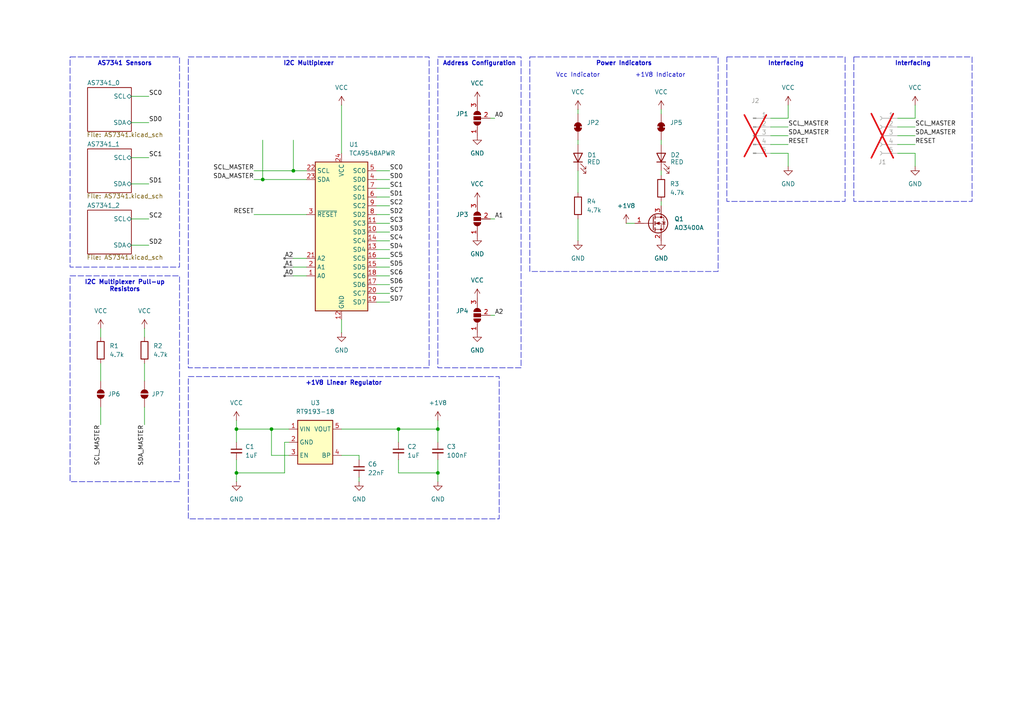
<source format=kicad_sch>
(kicad_sch (version 20231120) (generator "eeschema") (generator_version "8.0")
  (paper "A4")
  (lib_symbols
    (symbol "Connector:Conn_01x05_Pin" (pin_names (offset 1.016) hide)
      (property "Reference" "J" (at 0 7.62 0))
      (property "Value" "Conn_01x05_Pin" (at 0 -7.62 0))
      (symbol "Conn_01x05_Pin_1_1"
        (polyline (pts (xy 1.27 -5.08) (xy 0.8636 -5.08)) (stroke (width 0.1524)))
        (polyline (pts (xy 1.27 -2.54) (xy 0.8636 -2.54)) (stroke (width 0.1524)))
        (polyline (pts (xy 1.27 0) (xy 0.8636 0)) (stroke (width 0.1524)))
        (polyline (pts (xy 1.27 2.54) (xy 0.8636 2.54)) (stroke (width 0.1524)))
        (polyline (pts (xy 1.27 5.08) (xy 0.8636 5.08)) (stroke (width 0.1524)))
        (rectangle (start 0.8636 -4.953) (end 0 -5.207) (stroke (width 0.1524)) (fill (type outline)))
        (rectangle (start 0.8636 -2.413) (end 0 -2.667) (stroke (width 0.1524)) (fill (type outline)))
        (rectangle (start 0.8636 0.127) (end 0 -0.127) (stroke (width 0.1524)) (fill (type outline)))
        (rectangle (start 0.8636 2.667) (end 0 2.413) (stroke (width 0.1524)) (fill (type outline)))
        (rectangle (start 0.8636 5.207) (end 0 4.953) (stroke (width 0.1524)) (fill (type outline)))
        (pin passive line (at 5.08 5.08 180) (length 3.81) (name "Pin_1") (number "1"))
        (pin passive line (at 5.08 2.54 180) (length 3.81) (name "Pin_2") (number "2"))
        (pin passive line (at 5.08 0 180) (length 3.81) (name "Pin_3") (number "3"))
        (pin passive line (at 5.08 -2.54 180) (length 3.81) (name "Pin_4") (number "4"))
        (pin passive line (at 5.08 -5.08 180) (length 3.81) (name "Pin_5") (number "5"))
      )
    )
    (symbol "Connector:Conn_01x05_Socket" (pin_names (offset 1.016) hide)
      (property "Reference" "J" (at 0 7.62 0))
      (property "Value" "Conn_01x05_Socket" (at 0 -7.62 0))
      (symbol "Conn_01x05_Socket_1_1"
        (arc (start 0 -4.572) (mid -0.5058 -5.08) (end 0 -5.588) (stroke (width 0.1524)))
        (arc (start 0 -2.032) (mid -0.5058 -2.54) (end 0 -3.048) (stroke (width 0.1524)))
        (polyline (pts (xy -1.27 -5.08) (xy -0.508 -5.08)) (stroke (width 0.1524)))
        (polyline (pts (xy -1.27 -2.54) (xy -0.508 -2.54)) (stroke (width 0.1524)))
        (polyline (pts (xy -1.27 0) (xy -0.508 0)) (stroke (width 0.1524)))
        (polyline (pts (xy -1.27 2.54) (xy -0.508 2.54)) (stroke (width 0.1524)))
        (polyline (pts (xy -1.27 5.08) (xy -0.508 5.08)) (stroke (width 0.1524)))
        (arc (start 0 0.508) (mid -0.5058 0) (end 0 -0.508) (stroke (width 0.1524)))
        (arc (start 0 3.048) (mid -0.5058 2.54) (end 0 2.032) (stroke (width 0.1524)))
        (arc (start 0 5.588) (mid -0.5058 5.08) (end 0 4.572) (stroke (width 0.1524)))
        (pin passive line (at -5.08 5.08 0) (length 3.81) (name "Pin_1") (number "1"))
        (pin passive line (at -5.08 2.54 0) (length 3.81) (name "Pin_2") (number "2"))
        (pin passive line (at -5.08 0 0) (length 3.81) (name "Pin_3") (number "3"))
        (pin passive line (at -5.08 -2.54 0) (length 3.81) (name "Pin_4") (number "4"))
        (pin passive line (at -5.08 -5.08 0) (length 3.81) (name "Pin_5") (number "5"))
      )
    )
    (symbol "Device:C_Small" (pin_numbers hide) (pin_names (offset 0.254) hide)
      (property "Reference" "C" (at 0.254 1.778 0))
      (property "Value" "C_Small" (at 0.254 -2.032 0))
      (symbol "C_Small_0_1"
        (polyline (pts (xy -1.524 -0.508) (xy 1.524 -0.508)) (stroke (width 0.3302)))
        (polyline (pts (xy -1.524 0.508) (xy 1.524 0.508)) (stroke (width 0.3048)))
      )
      (symbol "C_Small_1_1"
        (pin passive line (at 0 2.54 270) (length 2.032) (name "~") (number "1"))
        (pin passive line (at 0 -2.54 90) (length 2.032) (name "~") (number "2"))
      )
    )
    (symbol "Device:LED" (pin_numbers hide) (pin_names (offset 1.016) hide)
      (property "Reference" "D" (at 0 2.54 0))
      (property "Value" "LED" (at 0 -2.54 0))
      (symbol "LED_0_1"
        (polyline (pts (xy -1.27 -1.27) (xy -1.27 1.27)) (stroke (width 0.254)))
        (polyline (pts (xy -1.27 0) (xy 1.27 0)))
        (polyline (pts (xy 1.27 -1.27) (xy 1.27 1.27) (xy -1.27 0) (xy 1.27 -1.27)) (stroke (width 0.254)))
        (polyline (pts (xy -3.048 -0.762) (xy -4.572 -2.286) (xy -3.81 -2.286) (xy -4.572 -2.286) (xy -4.572 -1.524)))
        (polyline (pts (xy -1.778 -0.762) (xy -3.302 -2.286) (xy -2.54 -2.286) (xy -3.302 -2.286) (xy -3.302 -1.524)))
      )
      (symbol "LED_1_1"
        (pin passive line (at -3.81 0 0) (length 2.54) (name "K") (number "1"))
        (pin passive line (at 3.81 0 180) (length 2.54) (name "A") (number "2"))
      )
    )
    (symbol "Device:R" (pin_numbers hide) (pin_names (offset 0))
      (property "Reference" "R" (at 2.032 0 90))
      (property "Value" "R" (at 0 0 90))
      (symbol "R_0_1"
        (rectangle (start -1.016 -2.54) (end 1.016 2.54) (stroke (width 0.254)))
      )
      (symbol "R_1_1"
        (pin passive line (at 0 3.81 270) (length 1.27) (name "~") (number "1"))
        (pin passive line (at 0 -3.81 90) (length 1.27) (name "~") (number "2"))
      )
    )
    (symbol "Interface_Expansion:TCA9548APWR"
      (property "Reference" "U" (at -7.62 21.59 0))
      (property "Value" "TCA9548APWR" (at 1.016 21.59 0))
      (symbol "TCA9548APWR_0_1"
        (rectangle (start -7.62 20.32) (end 7.62 -22.86) (stroke (width 0.254)) (fill (type background)))
      )
      (symbol "TCA9548APWR_1_1"
        (pin input line (at -10.16 -12.7 0) (length 2.54) (name "A0") (number "1"))
        (pin bidirectional line (at 10.16 0 180) (length 2.54) (name "SD3") (number "10"))
        (pin output line (at 10.16 2.54 180) (length 2.54) (name "SC3") (number "11"))
        (pin power_in line (at 0 -25.4 90) (length 2.54) (name "GND") (number "12"))
        (pin bidirectional line (at 10.16 -5.08 180) (length 2.54) (name "SD4") (number "13"))
        (pin output line (at 10.16 -2.54 180) (length 2.54) (name "SC4") (number "14"))
        (pin bidirectional line (at 10.16 -10.16 180) (length 2.54) (name "SD5") (number "15"))
        (pin output line (at 10.16 -7.62 180) (length 2.54) (name "SC5") (number "16"))
        (pin bidirectional line (at 10.16 -15.24 180) (length 2.54) (name "SD6") (number "17"))
        (pin output line (at 10.16 -12.7 180) (length 2.54) (name "SC6") (number "18"))
        (pin bidirectional line (at 10.16 -20.32 180) (length 2.54) (name "SD7") (number "19"))
        (pin input line (at -10.16 -10.16 0) (length 2.54) (name "A1") (number "2"))
        (pin output line (at 10.16 -17.78 180) (length 2.54) (name "SC7") (number "20"))
        (pin input line (at -10.16 -7.62 0) (length 2.54) (name "A2") (number "21"))
        (pin input line (at -10.16 17.78 0) (length 2.54) (name "SCL") (number "22"))
        (pin bidirectional line (at -10.16 15.24 0) (length 2.54) (name "SDA") (number "23"))
        (pin power_in line (at 0 22.86 270) (length 2.54) (name "VCC") (number "24"))
        (pin input line (at -10.16 5.08 0) (length 2.54) (name "~{RESET}") (number "3"))
        (pin bidirectional line (at 10.16 15.24 180) (length 2.54) (name "SD0") (number "4"))
        (pin output line (at 10.16 17.78 180) (length 2.54) (name "SC0") (number "5"))
        (pin bidirectional line (at 10.16 10.16 180) (length 2.54) (name "SD1") (number "6"))
        (pin output line (at 10.16 12.7 180) (length 2.54) (name "SC1") (number "7"))
        (pin bidirectional line (at 10.16 5.08 180) (length 2.54) (name "SD2") (number "8"))
        (pin output line (at 10.16 7.62 180) (length 2.54) (name "SC2") (number "9"))
      )
    )
    (symbol "Jumper:SolderJumper_2_Bridged" (pin_numbers hide) (pin_names (offset 0) hide) (exclude_from_sim yes) (in_bom no)
      (property "Reference" "JP" (at 0 2.032 0))
      (property "Value" "SolderJumper_2_Bridged" (at 0 -2.54 0))
      (symbol "SolderJumper_2_Bridged_0_1"
        (rectangle (start -0.508 0.508) (end 0.508 -0.508) (fill (type outline)))
        (arc (start -0.254 1.016) (mid -1.2656 0) (end -0.254 -1.016))
        (arc (start -0.254 1.016) (mid -1.2656 0) (end -0.254 -1.016) (fill (type outline)))
        (polyline (pts (xy -0.254 1.016) (xy -0.254 -1.016)))
        (polyline (pts (xy 0.254 1.016) (xy 0.254 -1.016)))
        (arc (start 0.254 -1.016) (mid 1.2656 0) (end 0.254 1.016))
        (arc (start 0.254 -1.016) (mid 1.2656 0) (end 0.254 1.016) (fill (type outline)))
      )
      (symbol "SolderJumper_2_Bridged_1_1"
        (pin passive line (at -3.81 0 0) (length 2.54) (name "A") (number "1"))
        (pin passive line (at 3.81 0 180) (length 2.54) (name "B") (number "2"))
      )
    )
    (symbol "Jumper:SolderJumper_2_Open" (pin_numbers hide) (pin_names (offset 0) hide) (exclude_from_sim yes) (in_bom no)
      (property "Reference" "JP" (at 0 2.032 0))
      (property "Value" "SolderJumper_2_Open" (at 0 -2.54 0))
      (symbol "SolderJumper_2_Open_0_1"
        (arc (start -0.254 1.016) (mid -1.2656 0) (end -0.254 -1.016))
        (arc (start -0.254 1.016) (mid -1.2656 0) (end -0.254 -1.016) (fill (type outline)))
        (polyline (pts (xy -0.254 1.016) (xy -0.254 -1.016)))
        (polyline (pts (xy 0.254 1.016) (xy 0.254 -1.016)))
        (arc (start 0.254 -1.016) (mid 1.2656 0) (end 0.254 1.016))
        (arc (start 0.254 -1.016) (mid 1.2656 0) (end 0.254 1.016) (fill (type outline)))
      )
      (symbol "SolderJumper_2_Open_1_1"
        (pin passive line (at -3.81 0 0) (length 2.54) (name "A") (number "1"))
        (pin passive line (at 3.81 0 180) (length 2.54) (name "B") (number "2"))
      )
    )
    (symbol "Jumper:SolderJumper_3_Open" (pin_names (offset 0) hide) (exclude_from_sim yes) (in_bom no)
      (property "Reference" "JP" (at -2.54 -2.54 0))
      (property "Value" "SolderJumper_3_Open" (at 0 2.794 0))
      (symbol "SolderJumper_3_Open_0_1"
        (arc (start -1.016 1.016) (mid -2.0276 0) (end -1.016 -1.016))
        (arc (start -1.016 1.016) (mid -2.0276 0) (end -1.016 -1.016) (fill (type outline)))
        (rectangle (start -0.508 1.016) (end 0.508 -1.016) (fill (type outline)))
        (polyline (pts (xy -2.54 0) (xy -2.032 0)))
        (polyline (pts (xy -1.016 1.016) (xy -1.016 -1.016)))
        (polyline (pts (xy 0 -1.27) (xy 0 -1.016)))
        (polyline (pts (xy 1.016 1.016) (xy 1.016 -1.016)))
        (polyline (pts (xy 2.54 0) (xy 2.032 0)))
        (arc (start 1.016 -1.016) (mid 2.0276 0) (end 1.016 1.016))
        (arc (start 1.016 -1.016) (mid 2.0276 0) (end 1.016 1.016) (fill (type outline)))
      )
      (symbol "SolderJumper_3_Open_1_1"
        (pin passive line (at -5.08 0 0) (length 2.54) (name "A") (number "1"))
        (pin passive line (at 0 -3.81 90) (length 2.54) (name "C") (number "2"))
        (pin passive line (at 5.08 0 180) (length 2.54) (name "B") (number "3"))
      )
    )
    (symbol "Sarah_Library:RT9193-18"
      (property "Reference" "U" (at -0.762 6.858 0))
      (property "Value" "RT9193-18" (at 0 -9.398 0))
      (symbol "RT9193-18_0_1"
        (rectangle (start -5.08 5.08) (end 5.08 -7.62) (stroke (width 0.254)) (fill (type background)))
      )
      (symbol "RT9193-18_1_1"
        (pin input line (at -7.62 2.54 0) (length 2.54) (name "VIN") (number "1"))
        (pin input line (at -7.62 -1.27 0) (length 2.54) (name "GND") (number "2"))
        (pin input line (at -7.62 -5.08 0) (length 2.54) (name "EN") (number "3"))
        (pin input line (at 7.62 -5.08 180) (length 2.54) (name "BP") (number "4"))
        (pin power_out line (at 7.62 2.54 180) (length 2.54) (name "VOUT") (number "5"))
      )
    )
    (symbol "Transistor_FET:AO3400A" (pin_names hide)
      (property "Reference" "Q" (at 5.08 1.905 0))
      (property "Value" "AO3400A" (at 5.08 0 0))
      (symbol "AO3400A_0_1"
        (polyline (pts (xy 0.254 0) (xy -2.54 0)))
        (polyline (pts (xy 0.254 1.905) (xy 0.254 -1.905)) (stroke (width 0.254)))
        (polyline (pts (xy 0.762 -1.27) (xy 0.762 -2.286)) (stroke (width 0.254)))
        (polyline (pts (xy 0.762 0.508) (xy 0.762 -0.508)) (stroke (width 0.254)))
        (polyline (pts (xy 0.762 2.286) (xy 0.762 1.27)) (stroke (width 0.254)))
        (polyline (pts (xy 2.54 2.54) (xy 2.54 1.778)))
        (polyline (pts (xy 2.54 -2.54) (xy 2.54 0) (xy 0.762 0)))
        (polyline (pts (xy 0.762 -1.778) (xy 3.302 -1.778) (xy 3.302 1.778) (xy 0.762 1.778)))
        (polyline (pts (xy 1.016 0) (xy 2.032 0.381) (xy 2.032 -0.381) (xy 1.016 0)) (fill (type outline)))
        (polyline (pts (xy 2.794 0.508) (xy 2.921 0.381) (xy 3.683 0.381) (xy 3.81 0.254)))
        (polyline (pts (xy 3.302 0.381) (xy 2.921 -0.254) (xy 3.683 -0.254) (xy 3.302 0.381)))
        (circle (center 1.651 0) (radius 2.794) (stroke (width 0.254)))
        (circle (center 2.54 -1.778) (radius 0.254) (fill (type outline)))
        (circle (center 2.54 1.778) (radius 0.254) (fill (type outline)))
      )
      (symbol "AO3400A_1_1"
        (pin input line (at -5.08 0 0) (length 2.54) (name "G") (number "1"))
        (pin passive line (at 2.54 -5.08 90) (length 2.54) (name "S") (number "2"))
        (pin passive line (at 2.54 5.08 270) (length 2.54) (name "D") (number "3"))
      )
    )
    (symbol "power:+1V8" (power) (pin_numbers hide) (pin_names (offset 0) hide)
      (property "Value" "+1V8" (at 0 3.556 0))
      (symbol "+1V8_0_1"
        (polyline (pts (xy -0.762 1.27) (xy 0 2.54)))
        (polyline (pts (xy 0 0) (xy 0 2.54)))
        (polyline (pts (xy 0 2.54) (xy 0.762 1.27)))
      )
      (symbol "+1V8_1_1"
        (pin power_in line (at 0 0 90) (length 0) (name "~") (number "1"))
      )
    )
    (symbol "power:GND" (power) (pin_numbers hide) (pin_names (offset 0) hide)
      (property "Value" "GND" (at 0 -3.81 0))
      (symbol "GND_0_1"
        (polyline (pts (xy 0 0) (xy 0 -1.27) (xy 1.27 -1.27) (xy 0 -2.54) (xy -1.27 -1.27) (xy 0 -1.27)))
      )
      (symbol "GND_1_1"
        (pin power_in line (at 0 0 270) (length 0) (name "~") (number "1"))
      )
    )
    (symbol "power:VCC" (power) (pin_numbers hide) (pin_names (offset 0) hide)
      (property "Value" "VCC" (at 0 3.556 0))
      (symbol "VCC_0_1"
        (polyline (pts (xy -0.762 1.27) (xy 0 2.54)))
        (polyline (pts (xy 0 0) (xy 0 2.54)))
        (polyline (pts (xy 0 2.54) (xy 0.762 1.27)))
      )
      (symbol "VCC_1_1"
        (pin power_in line (at 0 0 90) (length 0) (name "~") (number "1"))
      )
    )
  )
  (junction (at 76.2 52.07))
  (junction (at 127 124.46))
  (junction (at 78.74 124.46))
  (junction (at 68.58 137.16))
  (junction (at 68.58 124.46))
  (junction (at 115.57 124.46))
  (junction (at 127 137.16))
  (junction (at 85.09 49.53))
  (wire (pts (xy 73.66 62.23) (xy 88.9 62.23)))
  (wire (pts (xy 265.43 39.37) (xy 260.35 39.37)))
  (wire (pts (xy 113.03 54.61) (xy 109.22 54.61)))
  (wire (pts (xy 113.03 59.69) (xy 109.22 59.69)))
  (wire (pts (xy 127 124.46) (xy 127 128.27)))
  (wire (pts (xy 99.06 124.46) (xy 115.57 124.46)))
  (wire (pts (xy 265.43 44.45) (xy 260.35 44.45)))
  (wire (pts (xy 113.03 57.15) (xy 109.22 57.15)))
  (wire (pts (xy 99.06 92.71) (xy 99.06 96.52)))
  (wire (pts (xy 113.03 74.93) (xy 109.22 74.93)))
  (wire (pts (xy 68.58 133.35) (xy 68.58 137.16)))
  (wire (pts (xy 113.03 85.09) (xy 109.22 85.09)))
  (wire (pts (xy 29.21 123.19) (xy 29.21 118.11)))
  (wire (pts (xy 265.43 44.45) (xy 265.43 48.26)))
  (wire (pts (xy 113.03 62.23) (xy 109.22 62.23)))
  (wire (pts (xy 127 121.92) (xy 127 124.46)))
  (wire (pts (xy 73.66 52.07) (xy 76.2 52.07)))
  (wire (pts (xy 109.22 52.07) (xy 113.03 52.07)))
  (wire (pts (xy 76.2 52.07) (xy 88.9 52.07)))
  (wire (pts (xy 85.09 49.53) (xy 88.9 49.53)))
  (wire (pts (xy 68.58 121.92) (xy 68.58 124.46)))
  (wire (pts (xy 265.43 34.29) (xy 260.35 34.29)))
  (wire (pts (xy 265.43 36.83) (xy 260.35 36.83)))
  (wire (pts (xy 191.77 33.02) (xy 191.77 31.75)))
  (wire (pts (xy 115.57 137.16) (xy 127 137.16)))
  (wire (pts (xy 82.55 137.16) (xy 68.58 137.16)))
  (wire (pts (xy 104.14 132.08) (xy 104.14 133.35)))
  (wire (pts (xy 113.03 72.39) (xy 109.22 72.39)))
  (wire (pts (xy 228.6 44.45) (xy 228.6 48.26)))
  (wire (pts (xy 29.21 95.25) (xy 29.21 97.79)))
  (wire (pts (xy 115.57 133.35) (xy 115.57 137.16)))
  (wire (pts (xy 167.64 40.64) (xy 167.64 41.91)))
  (wire (pts (xy 38.1 53.34) (xy 43.18 53.34)))
  (wire (pts (xy 127 137.16) (xy 127 139.7)))
  (wire (pts (xy 228.6 34.29) (xy 223.52 34.29)))
  (wire (pts (xy 38.1 27.94) (xy 43.18 27.94)))
  (wire (pts (xy 167.64 33.02) (xy 167.64 31.75)))
  (wire (pts (xy 29.21 110.49) (xy 29.21 105.41)))
  (wire (pts (xy 85.09 77.47) (xy 88.9 77.47)))
  (wire (pts (xy 143.51 63.5) (xy 142.24 63.5)))
  (wire (pts (xy 228.6 39.37) (xy 223.52 39.37)))
  (wire (pts (xy 41.91 95.25) (xy 41.91 97.79)))
  (wire (pts (xy 113.03 49.53) (xy 109.22 49.53)))
  (wire (pts (xy 38.1 71.12) (xy 43.18 71.12)))
  (wire (pts (xy 181.61 64.77) (xy 184.15 64.77)))
  (wire (pts (xy 68.58 124.46) (xy 78.74 124.46)))
  (wire (pts (xy 38.1 35.56) (xy 43.18 35.56)))
  (wire (pts (xy 78.74 124.46) (xy 83.82 124.46)))
  (wire (pts (xy 41.91 123.19) (xy 41.91 118.11)))
  (wire (pts (xy 191.77 40.64) (xy 191.77 41.91)))
  (wire (pts (xy 38.1 45.72) (xy 43.18 45.72)))
  (wire (pts (xy 228.6 44.45) (xy 223.52 44.45)))
  (wire (pts (xy 113.03 67.31) (xy 109.22 67.31)))
  (wire (pts (xy 85.09 40.64) (xy 85.09 49.53)))
  (wire (pts (xy 265.43 30.48) (xy 265.43 34.29)))
  (wire (pts (xy 99.06 132.08) (xy 104.14 132.08)))
  (wire (pts (xy 143.51 34.29) (xy 142.24 34.29)))
  (wire (pts (xy 83.82 132.08) (xy 78.74 132.08)))
  (wire (pts (xy 76.2 40.64) (xy 76.2 52.07)))
  (wire (pts (xy 115.57 124.46) (xy 127 124.46)))
  (wire (pts (xy 228.6 30.48) (xy 228.6 34.29)))
  (wire (pts (xy 115.57 124.46) (xy 115.57 128.27)))
  (wire (pts (xy 99.06 30.48) (xy 99.06 44.45)))
  (wire (pts (xy 68.58 124.46) (xy 68.58 128.27)))
  (wire (pts (xy 85.09 74.93) (xy 88.9 74.93)))
  (wire (pts (xy 83.82 128.27) (xy 82.55 128.27)))
  (wire (pts (xy 167.64 63.5) (xy 167.64 69.85)))
  (wire (pts (xy 143.51 91.44) (xy 142.24 91.44)))
  (wire (pts (xy 191.77 50.8) (xy 191.77 49.53)))
  (wire (pts (xy 127 137.16) (xy 127 133.35)))
  (wire (pts (xy 260.35 41.91) (xy 265.43 41.91)))
  (wire (pts (xy 68.58 137.16) (xy 68.58 139.7)))
  (wire (pts (xy 113.03 80.01) (xy 109.22 80.01)))
  (wire (pts (xy 223.52 41.91) (xy 228.6 41.91)))
  (wire (pts (xy 73.66 49.53) (xy 85.09 49.53)))
  (wire (pts (xy 38.1 63.5) (xy 43.18 63.5)))
  (wire (pts (xy 82.55 128.27) (xy 82.55 137.16)))
  (wire (pts (xy 41.91 110.49) (xy 41.91 105.41)))
  (wire (pts (xy 228.6 36.83) (xy 223.52 36.83)))
  (wire (pts (xy 78.74 132.08) (xy 78.74 124.46)))
  (wire (pts (xy 167.64 55.88) (xy 167.64 49.53)))
  (wire (pts (xy 113.03 69.85) (xy 109.22 69.85)))
  (wire (pts (xy 85.09 80.01) (xy 88.9 80.01)))
  (wire (pts (xy 113.03 82.55) (xy 109.22 82.55)))
  (wire (pts (xy 104.14 138.43) (xy 104.14 139.7)))
  (wire (pts (xy 191.77 58.42) (xy 191.77 59.69)))
  (wire (pts (xy 113.03 64.77) (xy 109.22 64.77)))
  (wire (pts (xy 113.03 77.47) (xy 109.22 77.47)))
  (wire (pts (xy 113.03 87.63) (xy 109.22 87.63)))
  (text_box "Address Configuration" (at 127 16.51 0) (size 24.13 90.17) (stroke (width 0) (type dash)) (effects (font (size 1.27 1.27) (thickness 0.254) (bold yes)) (justify top)))
  (text_box "+1V8 Linear Regulator" (at 54.61 109.22 0) (size 90.17 41.275) (stroke (width 0) (type dash)) (effects (font (size 1.27 1.27) (bold yes)) (justify top)))
  (text_box "Power Indicators" (at 153.67 16.51 0) (size 54.61 62.23) (stroke (width 0) (type dash)) (effects (font (size 1.27 1.27) (thickness 0.254) (bold yes)) (justify top)))
  (text_box "I2C Multiplexer Pull-up Resistors" (at 20.32 80.01 0) (size 31.75 59.69) (stroke (width 0) (type dash)) (effects (font (size 1.27 1.27) (thickness 0.254) (bold yes)) (justify top)))
  (text_box "Interfacing" (at 210.82 16.51 0) (size 34.29 41.91) (stroke (width 0) (type dash)) (effects (font (size 1.27 1.27) (bold yes)) (justify top)))
  (text_box "AS7341 Sensors" (at 20.32 16.51 0) (size 31.75 60.96) (stroke (width 0) (type dash)) (effects (font (size 1.27 1.27) (thickness 0.254) (bold yes)) (justify top)))
  (text_box "I2C Multiplexer" (at 54.61 16.51 0) (size 69.85 90.17) (stroke (width 0) (type dash)) (effects (font (size 1.27 1.27) (thickness 0.254) (bold yes)) (justify top)))
  (text_box "Interfacing" (at 247.65 16.51 0) (size 34.29 41.91) (stroke (width 0) (type dash)) (effects (font (size 1.27 1.27) (bold yes)) (justify top)))
  (text "+1V8 Indicator" (at 191.516 21.844 0) (effects (font (size 1.27 1.27))))
  (text "Vcc Indicator" (at 167.64 21.844 0) (effects (font (size 1.27 1.27))))
  (label "SCL_MASTER" (at 29.21 123.19 270))
  (label "SC0" (at 113.03 49.53 0))
  (label "SC7" (at 113.03 85.09 0))
  (label "SD5" (at 113.03 77.47 0))
  (label "SC2" (at 113.03 59.69 0))
  (label "SCL_MASTER" (at 228.6 36.83 0))
  (label "SC3" (at 113.03 64.77 0))
  (label "SC1" (at 113.03 54.61 0))
  (label "SD6" (at 113.03 82.55 0))
  (label "SD2" (at 43.18 71.12 0))
  (label "SC0" (at 43.18 27.94 0))
  (label "SD3" (at 113.03 67.31 0))
  (label "SC1" (at 43.18 45.72 0))
  (label "SC5" (at 113.03 74.93 0))
  (label "A2" (at 85.09 74.93 180))
  (label "RESET" (at 73.66 62.23 180))
  (label "SDA_MASTER" (at 228.6 39.37 0))
  (label "SDA_MASTER" (at 73.66 52.07 180))
  (label "SD4" (at 113.03 72.39 0))
  (label "SDA_MASTER" (at 41.91 123.19 270))
  (label "SD0" (at 43.18 35.56 0))
  (label "SDA_MASTER" (at 265.43 39.37 0))
  (label "A2" (at 143.51 91.44 0))
  (label "SC2" (at 43.18 63.5 0))
  (label "A1" (at 85.09 77.47 180))
  (label "A1" (at 143.51 63.5 0))
  (label "A0" (at 85.09 80.01 180))
  (label "SD2" (at 113.03 62.23 0))
  (label "RESET" (at 228.6 41.91 0))
  (label "RESET" (at 265.43 41.91 0))
  (label "SD1" (at 113.03 57.15 0))
  (label "SCL_MASTER" (at 73.66 49.53 180))
  (label "SCL_MASTER" (at 265.43 36.83 0))
  (label "SD7" (at 113.03 87.63 0))
  (label "A0" (at 143.51 34.29 0))
  (label "SD1" (at 43.18 53.34 0))
  (label "SD0" (at 113.03 52.07 0))
  (label "SC6" (at 113.03 80.01 0))
  (label "SC4" (at 113.03 69.85 0))
  (netclass_flag "" (length 2.54) (shape dot) (at 85.09 80.01 90) (property "Netclass" "Signal" (effects (hide yes))))
  (netclass_flag "" (length 2.54) (shape dot) (at 85.09 77.47 90) (property "Netclass" "Signal" (effects (hide yes))))
  (netclass_flag "" (length 2.54) (shape dot) (at 85.09 74.93 90) (property "Netclass" "Signal" (effects (hide yes))))
  (symbol (lib_id "Device:R") (at 41.91 101.6 180) (unit 1)
    (property "Reference" "R2" (at 44.45 100.3299 0) (effects (justify right)))
    (property "Value" "4.7k" (at 44.45 102.8699 0) (effects (justify right)))
    (property "Footprint" "Resistor_SMD:R_0603_1608Metric" (effects (hide yes)))
    (property "Description" "Resistor" (effects (hide yes)))
    (property "LCSC" "C23162" (effects (hide yes)))
  )
  (symbol (lib_id "power:VCC") (at 138.43 29.21 0) (unit 1)
    (property "Reference" "#PWR04" (effects (hide yes)))
    (property "Value" "VCC" (at 138.43 24.13 0))
    (property "Description" "Power symbol creates a global label with name \"VCC\"" (effects (hide yes)))
  )
  (symbol (lib_id "power:GND") (at 167.64 69.85 0) (unit 1)
    (property "Reference" "#PWR014" (effects (hide yes)))
    (property "Value" "GND" (at 167.64 74.93 0))
    (property "Description" "Power symbol creates a global label with name \"GND\" , ground" (effects (hide yes)))
  )
  (symbol (lib_id "Device:LED") (at 167.64 45.72 90) (unit 1)
    (property "Reference" "D1" (at 171.704 44.958 90))
    (property "Value" "RED" (at 172.212 46.99 90))
    (property "Footprint" "Diode_SMD:D_0603_1608Metric" (effects (hide yes)))
    (property "Description" "Light emitting diode" (effects (hide yes)))
    (property "LCSC" "C2286" (effects (hide yes)))
  )
  (symbol (lib_id "power:+1V8") (at 127 121.92 0) (unit 1)
    (property "Reference" "#PWR021" (effects (hide yes)))
    (property "Value" "+1V8" (at 127 116.84 0))
    (property "Description" "Power symbol creates a global label with name \"+1V8\"" (effects (hide yes)))
  )
  (symbol (lib_id "power:VCC") (at 29.21 95.25 0) (unit 1)
    (property "Reference" "#PWR01" (effects (hide yes)))
    (property "Value" "VCC" (at 29.21 90.17 0))
    (property "Description" "Power symbol creates a global label with name \"VCC\"" (effects (hide yes)))
  )
  (symbol (lib_id "power:VCC") (at 68.58 121.92 0) (unit 1)
    (property "Reference" "#PWR012" (effects (hide yes)))
    (property "Value" "VCC" (at 68.58 116.84 0))
    (property "Description" "Power symbol creates a global label with name \"VCC\"" (effects (hide yes)))
  )
  (symbol (lib_id "Connector:Conn_01x05_Socket") (at 255.27 39.37 0) (mirror y) (unit 1) (dnp yes)
    (property "Reference" "J1" (at 255.905 46.99 0))
    (property "Value" "Conn_01x05_Pin" (effects (hide yes)))
    (property "Footprint" "Connector_PinSocket_2.54mm:PinSocket_1x05_P2.54mm_Horizontal" (effects (hide yes)))
    (property "Datasheet" "https://www.lcsc.com/datasheet/lcsc_datasheet_1810221950_BOOMELE-Boom-Precision-Elec-2-54-1-5P_C35167.pdf" (effects (hide yes)))
    (property "Description" "Generic connector, single row, 01x05, script generated" (effects (hide yes)))
    (property "LCSC" "C35167" (effects (hide yes)))
  )
  (symbol (lib_id "power:VCC") (at 138.43 58.42 0) (unit 1)
    (property "Reference" "#PWR05" (effects (hide yes)))
    (property "Value" "VCC" (at 138.43 53.34 0))
    (property "Description" "Power symbol creates a global label with name \"VCC\"" (effects (hide yes)))
  )
  (symbol (lib_id "power:GND") (at 127 139.7 0) (unit 1)
    (property "Reference" "#PWR026" (effects (hide yes)))
    (property "Value" "GND" (at 127 144.78 0))
    (property "Description" "Power symbol creates a global label with name \"GND\" , ground" (effects (hide yes)))
  )
  (symbol (lib_id "Jumper:SolderJumper_2_Bridged") (at 167.64 36.83 90) (unit 1) (exclude_from_sim yes) (in_bom no)
    (property "Reference" "JP2" (at 170.18 35.5599 90) (effects (justify right)))
    (property "Value" "SolderJumper_2_Bridged" (effects (hide yes)))
    (property "Footprint" "Jumper:SolderJumper-2_P1.3mm_Bridged_RoundedPad1.0x1.5mm" (effects (hide yes)))
    (property "Description" "Solder Jumper, 2-pole, closed/bridged" (effects (hide yes)))
  )
  (symbol (lib_id "Jumper:SolderJumper_3_Open") (at 138.43 63.5 90) (unit 1) (exclude_from_sim yes) (in_bom no)
    (property "Reference" "JP3" (at 135.89 62.2299 90) (effects (justify left)))
    (property "Value" "SolderJumper_3_Open" (effects (hide yes)))
    (property "Footprint" "Jumper:SolderJumper-3_P1.3mm_Open_RoundedPad1.0x1.5mm_NumberLabels" (effects (hide yes)))
    (property "Description" "Solder Jumper, 3-pole, open" (effects (hide yes)))
  )
  (symbol (lib_id "Device:C_Small") (at 104.14 135.89 0) (unit 1)
    (property "Reference" "C6" (at 106.68 134.6262 0) (effects (justify left)))
    (property "Value" "22nF" (at 106.68 137.1662 0) (effects (justify left)))
    (property "Footprint" "Capacitor_SMD:C_0603_1608Metric" (effects (hide yes)))
    (property "Description" "Unpolarized capacitor, small symbol" (effects (hide yes)))
    (property "LCSC" "C21122" (effects (hide yes)))
  )
  (symbol (lib_id "Transistor_FET:AO3400A") (at 189.23 64.77 0) (unit 1)
    (property "Reference" "Q1" (at 195.58 63.4999 0) (effects (justify left)))
    (property "Value" "AO3400A" (at 195.58 66.0399 0) (effects (justify left)))
    (property "Footprint" "Package_TO_SOT_SMD:SOT-23" (effects (hide yes)))
    (property "Datasheet" "http://www.aosmd.com/pdfs/datasheet/AO3400A.pdf" (effects (hide yes)))
    (property "Description" "30V Vds, 5.7A Id, N-Channel MOSFET, SOT-23" (effects (hide yes)))
    (property "LCSC" "C20917" (effects (hide yes)))
  )
  (symbol (lib_id "power:GND") (at 68.58 139.7 0) (unit 1)
    (property "Reference" "#PWR024" (effects (hide yes)))
    (property "Value" "GND" (at 68.58 144.78 0))
    (property "Description" "Power symbol creates a global label with name \"GND\" , ground" (effects (hide yes)))
  )
  (symbol (lib_id "Device:C_Small") (at 115.57 130.81 0) (unit 1)
    (property "Reference" "C2" (at 118.11 129.5462 0) (effects (justify left)))
    (property "Value" "1uF" (at 118.11 132.0862 0) (effects (justify left)))
    (property "Footprint" "Capacitor_SMD:C_0603_1608Metric" (effects (hide yes)))
    (property "Description" "Unpolarized capacitor, small symbol" (effects (hide yes)))
    (property "LCSC" "C15849" (effects (hide yes)))
  )
  (symbol (lib_id "power:VCC") (at 167.64 31.75 0) (unit 1)
    (property "Reference" "#PWR07" (effects (hide yes)))
    (property "Value" "VCC" (at 167.64 26.67 0))
    (property "Description" "Power symbol creates a global label with name \"VCC\"" (effects (hide yes)))
  )
  (symbol (lib_id "Device:C_Small") (at 68.58 130.81 0) (unit 1)
    (property "Reference" "C1" (at 71.12 129.5462 0) (effects (justify left)))
    (property "Value" "1uF" (at 71.12 132.0862 0) (effects (justify left)))
    (property "Footprint" "Capacitor_SMD:C_0603_1608Metric" (effects (hide yes)))
    (property "Description" "Unpolarized capacitor, small symbol" (effects (hide yes)))
    (property "LCSC" "C15849" (effects (hide yes)))
  )
  (symbol (lib_id "power:VCC") (at 41.91 95.25 0) (unit 1)
    (property "Reference" "#PWR02" (effects (hide yes)))
    (property "Value" "VCC" (at 41.91 90.17 0))
    (property "Description" "Power symbol creates a global label with name \"VCC\"" (effects (hide yes)))
  )
  (symbol (lib_id "Jumper:SolderJumper_3_Open") (at 138.43 91.44 90) (unit 1) (exclude_from_sim yes) (in_bom no)
    (property "Reference" "JP4" (at 135.89 90.1699 90) (effects (justify left)))
    (property "Value" "SolderJumper_3_Open" (effects (hide yes)))
    (property "Footprint" "Jumper:SolderJumper-3_P1.3mm_Open_RoundedPad1.0x1.5mm_NumberLabels" (effects (hide yes)))
    (property "Description" "Solder Jumper, 3-pole, open" (effects (hide yes)))
  )
  (symbol (lib_id "power:+1V8") (at 181.61 64.77 0) (unit 1)
    (property "Reference" "#PWR013" (effects (hide yes)))
    (property "Value" "+1V8" (at 181.61 59.69 0))
    (property "Description" "Power symbol creates a global label with name \"+1V8\"" (effects (hide yes)))
  )
  (symbol (lib_id "Device:C_Small") (at 127 130.81 0) (unit 1)
    (property "Reference" "C3" (at 129.54 129.5462 0) (effects (justify left)))
    (property "Value" "100nF" (at 129.54 132.0862 0) (effects (justify left)))
    (property "Footprint" "Capacitor_SMD:C_0603_1608Metric" (effects (hide yes)))
    (property "Description" "Unpolarized capacitor, small symbol" (effects (hide yes)))
    (property "LCSC" "C14663" (effects (hide yes)))
  )
  (symbol (lib_id "power:VCC") (at 228.6 30.48 0) (unit 1)
    (property "Reference" "#PWR010" (effects (hide yes)))
    (property "Value" "VCC" (at 228.6 25.4 0))
    (property "Description" "Power symbol creates a global label with name \"VCC\"" (effects (hide yes)))
  )
  (symbol (lib_id "power:VCC") (at 138.43 86.36 0) (unit 1)
    (property "Reference" "#PWR06" (effects (hide yes)))
    (property "Value" "VCC" (at 138.43 81.28 0))
    (property "Description" "Power symbol creates a global label with name \"VCC\"" (effects (hide yes)))
  )
  (symbol (lib_id "power:VCC") (at 99.06 30.48 0) (unit 1)
    (property "Reference" "#PWR03" (effects (hide yes)))
    (property "Value" "VCC" (at 99.06 25.4 0))
    (property "Description" "Power symbol creates a global label with name \"VCC\"" (effects (hide yes)))
  )
  (symbol (lib_id "Sarah_Library:RT9193-18") (at 91.44 127 0) (unit 1)
    (property "Reference" "U3" (at 91.44 116.84 0))
    (property "Value" "RT9193-18" (at 91.44 119.38 0))
    (property "Footprint" "Package_TO_SOT_SMD:SOT-23-5" (effects (hide yes)))
    (property "Datasheet" "https://wmsc.lcsc.com/wmsc/upload/file/pdf/v2/lcsc/1811132113_Richtek-Tech-RT9193-18GB_C27416.pdf" (effects (hide yes)))
    (property "LCSC" "C27416" (effects (hide yes)))
  )
  (symbol (lib_id "Device:R") (at 167.64 59.69 180) (unit 1)
    (property "Reference" "R4" (at 170.18 58.4199 0) (effects (justify right)))
    (property "Value" "4.7k" (at 170.18 60.9599 0) (effects (justify right)))
    (property "Footprint" "Resistor_SMD:R_0603_1608Metric" (effects (hide yes)))
    (property "Description" "Resistor" (effects (hide yes)))
    (property "LCSC" "C23162" (effects (hide yes)))
  )
  (symbol (lib_id "Device:LED") (at 191.77 45.72 90) (unit 1)
    (property "Reference" "D2" (at 195.834 44.958 90))
    (property "Value" "RED" (at 196.342 46.99 90))
    (property "Footprint" "Diode_SMD:D_0603_1608Metric" (effects (hide yes)))
    (property "Description" "Light emitting diode" (effects (hide yes)))
    (property "LCSC" "C2286" (effects (hide yes)))
  )
  (symbol (lib_id "power:GND") (at 138.43 68.58 0) (unit 1)
    (property "Reference" "#PWR016" (effects (hide yes)))
    (property "Value" "GND" (at 138.43 73.66 0))
    (property "Description" "Power symbol creates a global label with name \"GND\" , ground" (effects (hide yes)))
  )
  (symbol (lib_id "Jumper:SolderJumper_2_Bridged") (at 191.77 36.83 90) (unit 1) (exclude_from_sim yes) (in_bom no)
    (property "Reference" "JP5" (at 194.31 35.5599 90) (effects (justify right)))
    (property "Value" "SolderJumper_2_Bridged" (effects (hide yes)))
    (property "Footprint" "Jumper:SolderJumper-2_P1.3mm_Bridged_RoundedPad1.0x1.5mm" (effects (hide yes)))
    (property "Description" "Solder Jumper, 2-pole, closed/bridged" (effects (hide yes)))
  )
  (symbol (lib_id "power:GND") (at 138.43 39.37 0) (unit 1)
    (property "Reference" "#PWR09" (effects (hide yes)))
    (property "Value" "GND" (at 138.43 44.45 0))
    (property "Description" "Power symbol creates a global label with name \"GND\" , ground" (effects (hide yes)))
  )
  (symbol (lib_id "power:GND") (at 138.43 96.52 0) (unit 1)
    (property "Reference" "#PWR022" (effects (hide yes)))
    (property "Value" "GND" (at 138.43 101.6 0))
    (property "Description" "Power symbol creates a global label with name \"GND\" , ground" (effects (hide yes)))
  )
  (symbol (lib_id "Interface_Expansion:TCA9548APWR") (at 99.06 67.31 0) (unit 1)
    (property "Reference" "U1" (at 101.2541 41.91 0) (effects (justify left)))
    (property "Value" "TCA9548APWR" (at 101.2541 44.45 0) (effects (justify left)))
    (property "Footprint" "Package_SO:TSSOP-24_4.4x7.8mm_P0.65mm" (effects (hide yes)))
    (property "Datasheet" "http://www.ti.com/lit/ds/symlink/tca9548a.pdf" (effects (hide yes)))
    (property "Description" "Low voltage 8-channel I2C switch with reset, TSSOP-24" (effects (hide yes)))
    (property "LCSC" "C130026" (effects (hide yes)))
  )
  (symbol (lib_id "Jumper:SolderJumper_2_Open") (at 29.21 114.3 90) (unit 1) (exclude_from_sim yes) (in_bom no)
    (property "Reference" "JP6" (at 31.242 114.3 90) (effects (justify right)))
    (property "Value" "SolderJumper_2_Open" (effects (hide yes)))
    (property "Footprint" "Jumper:SolderJumper-2_P1.3mm_Open_RoundedPad1.0x1.5mm" (effects (hide yes)))
    (property "Description" "Solder Jumper, 2-pole, open" (effects (hide yes)))
  )
  (symbol (lib_id "Connector:Conn_01x05_Pin") (at 218.44 39.37 0) (unit 1) (dnp yes)
    (property "Reference" "J2" (at 219.075 29.21 0))
    (property "Value" "Conn_01x05_Pin" (effects (hide yes)))
    (property "Footprint" "Connector_PinHeader_2.54mm:PinHeader_1x05_P2.54mm_Horizontal" (effects (hide yes)))
    (property "Datasheet" "https://wmsc.lcsc.com/wmsc/upload/file/pdf/v2/lcsc/2306091006_HCTL-PZ254-1-05-W-8-5_C2894947.pdf" (effects (hide yes)))
    (property "Description" "Generic connector, single row, 01x05, script generated" (effects (hide yes)))
    (property "LCSC" "C2894947" (effects (hide yes)))
  )
  (symbol (lib_id "Jumper:SolderJumper_2_Open") (at 41.91 114.3 90) (unit 1) (exclude_from_sim yes) (in_bom no)
    (property "Reference" "JP7" (at 43.942 114.3 90) (effects (justify right)))
    (property "Value" "SolderJumper_2_Open" (effects (hide yes)))
    (property "Footprint" "Jumper:SolderJumper-2_P1.3mm_Open_RoundedPad1.0x1.5mm" (effects (hide yes)))
    (property "Description" "Solder Jumper, 2-pole, open" (effects (hide yes)))
  )
  (symbol (lib_id "power:VCC") (at 191.77 31.75 0) (unit 1)
    (property "Reference" "#PWR08" (effects (hide yes)))
    (property "Value" "VCC" (at 191.77 26.67 0))
    (property "Description" "Power symbol creates a global label with name \"VCC\"" (effects (hide yes)))
  )
  (symbol (lib_id "power:GND") (at 104.14 139.7 0) (unit 1)
    (property "Reference" "#PWR025" (effects (hide yes)))
    (property "Value" "GND" (at 104.14 144.78 0))
    (property "Description" "Power symbol creates a global label with name \"GND\" , ground" (effects (hide yes)))
  )
  (symbol (lib_id "power:GND") (at 191.77 69.85 0) (unit 1)
    (property "Reference" "#PWR015" (effects (hide yes)))
    (property "Value" "GND" (at 191.77 74.93 0))
    (property "Description" "Power symbol creates a global label with name \"GND\" , ground" (effects (hide yes)))
  )
  (symbol (lib_id "power:GND") (at 265.43 48.26 0) (unit 1)
    (property "Reference" "#PWR018" (effects (hide yes)))
    (property "Value" "GND" (at 265.43 53.34 0))
    (property "Description" "Power symbol creates a global label with name \"GND\" , ground" (effects (hide yes)))
  )
  (symbol (lib_id "Device:R") (at 191.77 54.61 180) (unit 1)
    (property "Reference" "R3" (at 194.31 53.3399 0) (effects (justify right)))
    (property "Value" "4.7k" (at 194.31 55.8799 0) (effects (justify right)))
    (property "Footprint" "Resistor_SMD:R_0603_1608Metric" (effects (hide yes)))
    (property "Description" "Resistor" (effects (hide yes)))
    (property "LCSC" "C23162" (effects (hide yes)))
  )
  (symbol (lib_id "power:VCC") (at 265.43 30.48 0) (unit 1)
    (property "Reference" "#PWR017" (effects (hide yes)))
    (property "Value" "VCC" (at 265.43 25.4 0))
    (property "Description" "Power symbol creates a global label with name \"VCC\"" (effects (hide yes)))
  )
  (symbol (lib_id "Device:R") (at 29.21 101.6 180) (unit 1)
    (property "Reference" "R1" (at 31.75 100.3299 0) (effects (justify right)))
    (property "Value" "4.7k" (at 31.75 102.8699 0) (effects (justify right)))
    (property "Footprint" "Resistor_SMD:R_0603_1608Metric" (effects (hide yes)))
    (property "Description" "Resistor" (effects (hide yes)))
    (property "LCSC" "C23162" (effects (hide yes)))
  )
  (symbol (lib_id "power:GND") (at 99.06 96.52 0) (unit 1)
    (property "Reference" "#PWR019" (effects (hide yes)))
    (property "Value" "GND" (at 99.06 101.6 0))
    (property "Description" "Power symbol creates a global label with name \"GND\" , ground" (effects (hide yes)))
  )
  (symbol (lib_id "power:GND") (at 228.6 48.26 0) (unit 1)
    (property "Reference" "#PWR011" (effects (hide yes)))
    (property "Value" "GND" (at 228.6 53.34 0))
    (property "Description" "Power symbol creates a global label with name \"GND\" , ground" (effects (hide yes)))
  )
  (symbol (lib_id "Jumper:SolderJumper_3_Open") (at 138.43 34.29 90) (unit 1) (exclude_from_sim yes) (in_bom no)
    (property "Reference" "JP1" (at 135.89 33.0199 90) (effects (justify left)))
    (property "Value" "SolderJumper_3_Open" (effects (hide yes)))
    (property "Footprint" "Jumper:SolderJumper-3_P1.3mm_Open_RoundedPad1.0x1.5mm_NumberLabels" (effects (hide yes)))
    (property "Description" "Solder Jumper, 3-pole, open" (effects (hide yes)))
  )
  (sheet (at 25.4 25.4) (size 12.7 12.7) (stroke (width 0.1524))
    (property "Sheetname" "AS7341_0" (at 25.273 24.765 0) (effects (justify left bottom)))
    (property "Sheetfile" "AS7341.kicad_sch" (at 25.146 38.354 0) (effects (justify left top)))
    (pin "SCL" bidirectional (at 38.1 27.94 0))
    (pin "SDA" bidirectional (at 38.1 35.56 0))
  )
  (sheet (at 25.4 60.96) (size 12.7 12.7) (stroke (width 0.1524))
    (property "Sheetname" "AS7341_2" (at 25.273 60.325 0) (effects (justify left bottom)))
    (property "Sheetfile" "AS7341.kicad_sch" (at 25.146 73.914 0) (effects (justify left top)))
    (pin "SCL" bidirectional (at 38.1 63.5 0))
    (pin "SDA" bidirectional (at 38.1 71.12 0))
  )
  (sheet (at 25.4 43.18) (size 12.7 12.7) (stroke (width 0.1524))
    (property "Sheetname" "AS7341_1" (at 25.273 42.545 0) (effects (justify left bottom)))
    (property "Sheetfile" "AS7341.kicad_sch" (at 25.146 56.134 0) (effects (justify left top)))
    (pin "SCL" bidirectional (at 38.1 45.72 0))
    (pin "SDA" bidirectional (at 38.1 53.34 0))
  )
)
</source>
